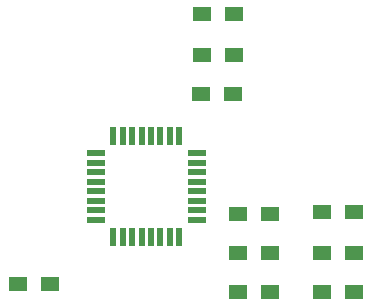
<source format=gbr>
G04 #@! TF.FileFunction,Paste,Bot*
%FSLAX46Y46*%
G04 Gerber Fmt 4.6, Leading zero omitted, Abs format (unit mm)*
G04 Created by KiCad (PCBNEW 4.0.7) date Fri Feb  9 23:36:38 2018*
%MOMM*%
%LPD*%
G01*
G04 APERTURE LIST*
%ADD10C,0.150000*%
%ADD11R,1.500000X1.300000*%
%ADD12R,1.600000X0.550000*%
%ADD13R,0.550000X1.600000*%
G04 APERTURE END LIST*
D10*
D11*
X122508000Y-55753000D03*
X119808000Y-55753000D03*
X122508000Y-59182000D03*
X119808000Y-59182000D03*
X122508000Y-62484000D03*
X119808000Y-62484000D03*
X94027000Y-61849000D03*
X96727000Y-61849000D03*
X115396000Y-62484000D03*
X112696000Y-62484000D03*
X115396000Y-59182000D03*
X112696000Y-59182000D03*
X115396000Y-55880000D03*
X112696000Y-55880000D03*
X112348000Y-38989000D03*
X109648000Y-38989000D03*
X112348000Y-42418000D03*
X109648000Y-42418000D03*
X112221000Y-45720000D03*
X109521000Y-45720000D03*
D12*
X100663905Y-56357000D03*
X100663905Y-55557000D03*
X100663905Y-54757000D03*
X100663905Y-53957000D03*
X100663905Y-53157000D03*
X100663905Y-52357000D03*
X100663905Y-51557000D03*
X100663905Y-50757000D03*
D13*
X102113905Y-49307000D03*
X102913905Y-49307000D03*
X103713905Y-49307000D03*
X104513905Y-49307000D03*
X105313905Y-49307000D03*
X106113905Y-49307000D03*
X106913905Y-49307000D03*
X107713905Y-49307000D03*
D12*
X109163905Y-50757000D03*
X109163905Y-51557000D03*
X109163905Y-52357000D03*
X109163905Y-53157000D03*
X109163905Y-53957000D03*
X109163905Y-54757000D03*
X109163905Y-55557000D03*
X109163905Y-56357000D03*
D13*
X107713905Y-57807000D03*
X106913905Y-57807000D03*
X106113905Y-57807000D03*
X105313905Y-57807000D03*
X104513905Y-57807000D03*
X103713905Y-57807000D03*
X102913905Y-57807000D03*
X102113905Y-57807000D03*
M02*

</source>
